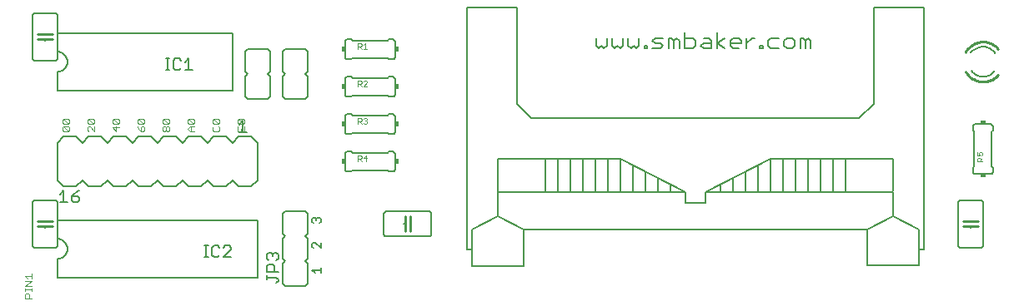
<source format=gto>
G75*
%MOIN*%
%OFA0B0*%
%FSLAX24Y24*%
%IPPOS*%
%LPD*%
%AMOC8*
5,1,8,0,0,1.08239X$1,22.5*
%
%ADD10C,0.0030*%
%ADD11C,0.0060*%
%ADD12C,0.0100*%
%ADD13C,0.0050*%
%ADD14R,0.0150X0.0200*%
%ADD15C,0.0020*%
%ADD16R,0.0200X0.0150*%
%ADD17C,0.0080*%
D10*
X000375Y002195D02*
X000375Y002340D01*
X000423Y002388D01*
X000520Y002388D01*
X000568Y002340D01*
X000568Y002195D01*
X000665Y002195D02*
X000375Y002195D01*
X000375Y002490D02*
X000375Y002586D01*
X000375Y002538D02*
X000665Y002538D01*
X000665Y002490D02*
X000665Y002586D01*
X000665Y002686D02*
X000375Y002686D01*
X000665Y002880D01*
X000375Y002880D01*
X000472Y002981D02*
X000375Y003077D01*
X000665Y003077D01*
X000665Y002981D02*
X000665Y003174D01*
X001923Y008895D02*
X001875Y008943D01*
X001875Y009040D01*
X001923Y009088D01*
X002117Y008895D01*
X002165Y008943D01*
X002165Y009040D01*
X002117Y009088D01*
X001923Y009088D01*
X001923Y009190D02*
X001875Y009238D01*
X001875Y009335D01*
X001923Y009383D01*
X002117Y009190D01*
X002165Y009238D01*
X002165Y009335D01*
X002117Y009383D01*
X001923Y009383D01*
X001923Y009190D02*
X002117Y009190D01*
X002117Y008895D02*
X001923Y008895D01*
X002875Y008943D02*
X002923Y008895D01*
X002875Y008943D02*
X002875Y009040D01*
X002923Y009088D01*
X002972Y009088D01*
X003165Y008895D01*
X003165Y009088D01*
X003117Y009190D02*
X002923Y009383D01*
X003117Y009383D01*
X003165Y009335D01*
X003165Y009238D01*
X003117Y009190D01*
X002923Y009190D01*
X002875Y009238D01*
X002875Y009335D01*
X002923Y009383D01*
X003875Y009335D02*
X003875Y009238D01*
X003923Y009190D01*
X004117Y009190D01*
X003923Y009383D01*
X004117Y009383D01*
X004165Y009335D01*
X004165Y009238D01*
X004117Y009190D01*
X004020Y009088D02*
X004020Y008895D01*
X003875Y009040D01*
X004165Y009040D01*
X004875Y009088D02*
X004923Y008992D01*
X005020Y008895D01*
X005020Y009040D01*
X005068Y009088D01*
X005117Y009088D01*
X005165Y009040D01*
X005165Y008943D01*
X005117Y008895D01*
X005020Y008895D01*
X005117Y009190D02*
X004923Y009383D01*
X005117Y009383D01*
X005165Y009335D01*
X005165Y009238D01*
X005117Y009190D01*
X004923Y009190D01*
X004875Y009238D01*
X004875Y009335D01*
X004923Y009383D01*
X005875Y009335D02*
X005875Y009238D01*
X005923Y009190D01*
X006117Y009190D01*
X005923Y009383D01*
X006117Y009383D01*
X006165Y009335D01*
X006165Y009238D01*
X006117Y009190D01*
X006117Y009088D02*
X006165Y009040D01*
X006165Y008943D01*
X006117Y008895D01*
X006068Y008895D01*
X006020Y008943D01*
X006020Y009040D01*
X006068Y009088D01*
X006117Y009088D01*
X006020Y009040D02*
X005972Y009088D01*
X005923Y009088D01*
X005875Y009040D01*
X005875Y008943D01*
X005923Y008895D01*
X005972Y008895D01*
X006020Y008943D01*
X006875Y008992D02*
X006972Y009088D01*
X007165Y009088D01*
X007117Y009190D02*
X006923Y009383D01*
X007117Y009383D01*
X007165Y009335D01*
X007165Y009238D01*
X007117Y009190D01*
X006923Y009190D01*
X006875Y009238D01*
X006875Y009335D01*
X006923Y009383D01*
X007020Y009088D02*
X007020Y008895D01*
X006972Y008895D02*
X006875Y008992D01*
X006972Y008895D02*
X007165Y008895D01*
X007875Y008943D02*
X007923Y008895D01*
X008117Y008895D01*
X008165Y008943D01*
X008165Y009040D01*
X008117Y009088D01*
X008117Y009190D02*
X007923Y009383D01*
X008117Y009383D01*
X008165Y009335D01*
X008165Y009238D01*
X008117Y009190D01*
X007923Y009190D01*
X007875Y009238D01*
X007875Y009335D01*
X007923Y009383D01*
X007923Y009088D02*
X007875Y009040D01*
X007875Y008943D01*
X008875Y008895D02*
X009165Y008895D01*
X009165Y009088D01*
X009117Y009190D02*
X008923Y009383D01*
X009117Y009383D01*
X009165Y009335D01*
X009165Y009238D01*
X009117Y009190D01*
X008923Y009190D01*
X008875Y009238D01*
X008875Y009335D01*
X008923Y009383D01*
X008875Y009088D02*
X008875Y008895D01*
X009020Y008895D02*
X009020Y008992D01*
X005923Y009383D02*
X005875Y009335D01*
X003923Y009383D02*
X003875Y009335D01*
D11*
X003930Y008680D02*
X004430Y008680D01*
X004680Y008430D01*
X004930Y008680D01*
X005430Y008680D01*
X005680Y008430D01*
X005930Y008680D01*
X006430Y008680D01*
X006680Y008430D01*
X006930Y008680D01*
X007430Y008680D01*
X007680Y008430D01*
X007930Y008680D01*
X008430Y008680D01*
X008680Y008430D01*
X008930Y008680D01*
X009430Y008680D01*
X009680Y008430D01*
X009680Y006930D01*
X009430Y006680D01*
X008930Y006680D01*
X008680Y006930D01*
X008430Y006680D01*
X007930Y006680D01*
X007680Y006930D01*
X007430Y006680D01*
X006930Y006680D01*
X006680Y006930D01*
X006430Y006680D01*
X005930Y006680D01*
X005680Y006930D01*
X005430Y006680D01*
X004930Y006680D01*
X004680Y006930D01*
X004430Y006680D01*
X003930Y006680D01*
X003680Y006930D01*
X003430Y006680D01*
X002930Y006680D01*
X002680Y006930D01*
X002430Y006680D01*
X001930Y006680D01*
X001680Y006930D01*
X001680Y008430D01*
X001930Y008680D01*
X002430Y008680D01*
X002680Y008430D01*
X002930Y008680D01*
X003430Y008680D01*
X003680Y008430D01*
X003930Y008680D01*
X001680Y010530D02*
X001680Y011280D01*
X001719Y011282D01*
X001758Y011288D01*
X001796Y011297D01*
X001833Y011310D01*
X001869Y011327D01*
X001902Y011347D01*
X001934Y011371D01*
X001963Y011397D01*
X001989Y011426D01*
X002013Y011458D01*
X002033Y011491D01*
X002050Y011527D01*
X002063Y011564D01*
X002072Y011602D01*
X002078Y011641D01*
X002080Y011680D01*
X002078Y011719D01*
X002072Y011758D01*
X002063Y011796D01*
X002050Y011833D01*
X002033Y011869D01*
X002013Y011902D01*
X001989Y011934D01*
X001963Y011963D01*
X001934Y011989D01*
X001902Y012013D01*
X001869Y012033D01*
X001833Y012050D01*
X001796Y012063D01*
X001758Y012072D01*
X001719Y012078D01*
X001680Y012080D01*
X001680Y012830D01*
X008680Y012830D01*
X008680Y010530D01*
X001680Y010530D01*
X001580Y011730D02*
X000780Y011730D01*
X000763Y011732D01*
X000746Y011736D01*
X000730Y011743D01*
X000716Y011753D01*
X000703Y011766D01*
X000693Y011780D01*
X000686Y011796D01*
X000682Y011813D01*
X000680Y011830D01*
X000680Y013530D01*
X000682Y013547D01*
X000686Y013564D01*
X000693Y013580D01*
X000703Y013594D01*
X000716Y013607D01*
X000730Y013617D01*
X000746Y013624D01*
X000763Y013628D01*
X000780Y013630D01*
X001580Y013630D01*
X001597Y013628D01*
X001614Y013624D01*
X001630Y013617D01*
X001644Y013607D01*
X001657Y013594D01*
X001667Y013580D01*
X001674Y013564D01*
X001678Y013547D01*
X001680Y013530D01*
X001680Y011830D01*
X001678Y011813D01*
X001674Y011796D01*
X001667Y011780D01*
X001657Y011766D01*
X001644Y011753D01*
X001630Y011743D01*
X001614Y011736D01*
X001597Y011732D01*
X001580Y011730D01*
X001180Y012530D02*
X001180Y012580D01*
X001180Y012780D02*
X001180Y012830D01*
X009180Y012080D02*
X009180Y011280D01*
X009280Y011180D01*
X009180Y011080D01*
X009180Y010280D01*
X009280Y010180D01*
X010080Y010180D01*
X010180Y010280D01*
X010180Y011080D01*
X010080Y011180D01*
X010180Y011280D01*
X010180Y012080D01*
X010080Y012180D01*
X009280Y012180D01*
X009180Y012080D01*
X010680Y012080D02*
X010680Y011280D01*
X010780Y011180D01*
X010680Y011080D01*
X010680Y010280D01*
X010780Y010180D01*
X011580Y010180D01*
X011680Y010280D01*
X011680Y011080D01*
X011580Y011180D01*
X011680Y011280D01*
X011680Y012080D01*
X011580Y012180D01*
X010780Y012180D01*
X010680Y012080D01*
X013180Y011880D02*
X013180Y012480D01*
X013182Y012497D01*
X013186Y012514D01*
X013193Y012530D01*
X013203Y012544D01*
X013216Y012557D01*
X013230Y012567D01*
X013246Y012574D01*
X013263Y012578D01*
X013280Y012580D01*
X013430Y012580D01*
X013480Y012530D01*
X014880Y012530D01*
X014930Y012580D01*
X015080Y012580D01*
X015097Y012578D01*
X015114Y012574D01*
X015130Y012567D01*
X015144Y012557D01*
X015157Y012544D01*
X015167Y012530D01*
X015174Y012514D01*
X015178Y012497D01*
X015180Y012480D01*
X015180Y011880D01*
X015178Y011863D01*
X015174Y011846D01*
X015167Y011830D01*
X015157Y011816D01*
X015144Y011803D01*
X015130Y011793D01*
X015114Y011786D01*
X015097Y011782D01*
X015080Y011780D01*
X014930Y011780D01*
X014880Y011830D01*
X013480Y011830D01*
X013430Y011780D01*
X013280Y011780D01*
X013263Y011782D01*
X013246Y011786D01*
X013230Y011793D01*
X013216Y011803D01*
X013203Y011816D01*
X013193Y011830D01*
X013186Y011846D01*
X013182Y011863D01*
X013180Y011880D01*
X013280Y011080D02*
X013430Y011080D01*
X013480Y011030D01*
X014880Y011030D01*
X014930Y011080D01*
X015080Y011080D01*
X015097Y011078D01*
X015114Y011074D01*
X015130Y011067D01*
X015144Y011057D01*
X015157Y011044D01*
X015167Y011030D01*
X015174Y011014D01*
X015178Y010997D01*
X015180Y010980D01*
X015180Y010380D01*
X015178Y010363D01*
X015174Y010346D01*
X015167Y010330D01*
X015157Y010316D01*
X015144Y010303D01*
X015130Y010293D01*
X015114Y010286D01*
X015097Y010282D01*
X015080Y010280D01*
X014930Y010280D01*
X014880Y010330D01*
X013480Y010330D01*
X013430Y010280D01*
X013280Y010280D01*
X013263Y010282D01*
X013246Y010286D01*
X013230Y010293D01*
X013216Y010303D01*
X013203Y010316D01*
X013193Y010330D01*
X013186Y010346D01*
X013182Y010363D01*
X013180Y010380D01*
X013180Y010980D01*
X013182Y010997D01*
X013186Y011014D01*
X013193Y011030D01*
X013203Y011044D01*
X013216Y011057D01*
X013230Y011067D01*
X013246Y011074D01*
X013263Y011078D01*
X013280Y011080D01*
X013280Y009580D02*
X013430Y009580D01*
X013480Y009530D01*
X014880Y009530D01*
X014930Y009580D01*
X015080Y009580D01*
X015097Y009578D01*
X015114Y009574D01*
X015130Y009567D01*
X015144Y009557D01*
X015157Y009544D01*
X015167Y009530D01*
X015174Y009514D01*
X015178Y009497D01*
X015180Y009480D01*
X015180Y008880D01*
X015178Y008863D01*
X015174Y008846D01*
X015167Y008830D01*
X015157Y008816D01*
X015144Y008803D01*
X015130Y008793D01*
X015114Y008786D01*
X015097Y008782D01*
X015080Y008780D01*
X014930Y008780D01*
X014880Y008830D01*
X013480Y008830D01*
X013430Y008780D01*
X013280Y008780D01*
X013263Y008782D01*
X013246Y008786D01*
X013230Y008793D01*
X013216Y008803D01*
X013203Y008816D01*
X013193Y008830D01*
X013186Y008846D01*
X013182Y008863D01*
X013180Y008880D01*
X013180Y009480D01*
X013182Y009497D01*
X013186Y009514D01*
X013193Y009530D01*
X013203Y009544D01*
X013216Y009557D01*
X013230Y009567D01*
X013246Y009574D01*
X013263Y009578D01*
X013280Y009580D01*
X013280Y008080D02*
X013430Y008080D01*
X013480Y008030D01*
X014880Y008030D01*
X014930Y008080D01*
X015080Y008080D01*
X015097Y008078D01*
X015114Y008074D01*
X015130Y008067D01*
X015144Y008057D01*
X015157Y008044D01*
X015167Y008030D01*
X015174Y008014D01*
X015178Y007997D01*
X015180Y007980D01*
X015180Y007380D01*
X015178Y007363D01*
X015174Y007346D01*
X015167Y007330D01*
X015157Y007316D01*
X015144Y007303D01*
X015130Y007293D01*
X015114Y007286D01*
X015097Y007282D01*
X015080Y007280D01*
X014930Y007280D01*
X014880Y007330D01*
X013480Y007330D01*
X013430Y007280D01*
X013280Y007280D01*
X013263Y007282D01*
X013246Y007286D01*
X013230Y007293D01*
X013216Y007303D01*
X013203Y007316D01*
X013193Y007330D01*
X013186Y007346D01*
X013182Y007363D01*
X013180Y007380D01*
X013180Y007980D01*
X013182Y007997D01*
X013186Y008014D01*
X013193Y008030D01*
X013203Y008044D01*
X013216Y008057D01*
X013230Y008067D01*
X013246Y008074D01*
X013263Y008078D01*
X013280Y008080D01*
X014830Y005680D02*
X016530Y005680D01*
X016547Y005678D01*
X016564Y005674D01*
X016580Y005667D01*
X016594Y005657D01*
X016607Y005644D01*
X016617Y005630D01*
X016624Y005614D01*
X016628Y005597D01*
X016630Y005580D01*
X016630Y004780D01*
X016628Y004763D01*
X016624Y004746D01*
X016617Y004730D01*
X016607Y004716D01*
X016594Y004703D01*
X016580Y004693D01*
X016564Y004686D01*
X016547Y004682D01*
X016530Y004680D01*
X014830Y004680D01*
X014813Y004682D01*
X014796Y004686D01*
X014780Y004693D01*
X014766Y004703D01*
X014753Y004716D01*
X014743Y004730D01*
X014736Y004746D01*
X014732Y004763D01*
X014730Y004780D01*
X014730Y005580D01*
X014732Y005597D01*
X014736Y005614D01*
X014743Y005630D01*
X014753Y005644D01*
X014766Y005657D01*
X014780Y005667D01*
X014796Y005674D01*
X014813Y005678D01*
X014830Y005680D01*
X015530Y005180D02*
X015580Y005180D01*
X015780Y005180D02*
X015830Y005180D01*
X011680Y004780D02*
X011580Y004680D01*
X011680Y004580D01*
X011680Y003780D01*
X011580Y003680D01*
X011680Y003580D01*
X011680Y002780D01*
X011580Y002680D01*
X010780Y002680D01*
X010680Y002780D01*
X010680Y003580D01*
X010780Y003680D01*
X010680Y003780D01*
X010680Y004580D01*
X010780Y004680D01*
X010680Y004780D01*
X010680Y005580D01*
X010780Y005680D01*
X011580Y005680D01*
X011680Y005580D01*
X011680Y004780D01*
X009680Y005330D02*
X009680Y003030D01*
X001680Y003030D01*
X001680Y003780D01*
X001719Y003782D01*
X001758Y003788D01*
X001796Y003797D01*
X001833Y003810D01*
X001869Y003827D01*
X001902Y003847D01*
X001934Y003871D01*
X001963Y003897D01*
X001989Y003926D01*
X002013Y003958D01*
X002033Y003991D01*
X002050Y004027D01*
X002063Y004064D01*
X002072Y004102D01*
X002078Y004141D01*
X002080Y004180D01*
X002078Y004219D01*
X002072Y004258D01*
X002063Y004296D01*
X002050Y004333D01*
X002033Y004369D01*
X002013Y004402D01*
X001989Y004434D01*
X001963Y004463D01*
X001934Y004489D01*
X001902Y004513D01*
X001869Y004533D01*
X001833Y004550D01*
X001796Y004563D01*
X001758Y004572D01*
X001719Y004578D01*
X001680Y004580D01*
X001680Y005330D01*
X009680Y005330D01*
X001680Y006030D02*
X001680Y004330D01*
X001678Y004313D01*
X001674Y004296D01*
X001667Y004280D01*
X001657Y004266D01*
X001644Y004253D01*
X001630Y004243D01*
X001614Y004236D01*
X001597Y004232D01*
X001580Y004230D01*
X000780Y004230D01*
X000763Y004232D01*
X000746Y004236D01*
X000730Y004243D01*
X000716Y004253D01*
X000703Y004266D01*
X000693Y004280D01*
X000686Y004296D01*
X000682Y004313D01*
X000680Y004330D01*
X000680Y006030D01*
X000682Y006047D01*
X000686Y006064D01*
X000693Y006080D01*
X000703Y006094D01*
X000716Y006107D01*
X000730Y006117D01*
X000746Y006124D01*
X000763Y006128D01*
X000780Y006130D01*
X001580Y006130D01*
X001597Y006128D01*
X001614Y006124D01*
X001630Y006117D01*
X001644Y006107D01*
X001657Y006094D01*
X001667Y006080D01*
X001674Y006064D01*
X001678Y006047D01*
X001680Y006030D01*
X001180Y005330D02*
X001180Y005280D01*
X001180Y005080D02*
X001180Y005030D01*
X023210Y012317D02*
X023317Y012210D01*
X023424Y012317D01*
X023530Y012210D01*
X023637Y012317D01*
X023637Y012637D01*
X023855Y012637D02*
X023855Y012317D01*
X023961Y012210D01*
X024068Y012317D01*
X024175Y012210D01*
X024282Y012317D01*
X024282Y012637D01*
X024499Y012637D02*
X024499Y012317D01*
X024606Y012210D01*
X024713Y012317D01*
X024819Y012210D01*
X024926Y012317D01*
X024926Y012637D01*
X025466Y012530D02*
X025573Y012637D01*
X025893Y012637D01*
X026110Y012637D02*
X026217Y012637D01*
X026324Y012530D01*
X026431Y012637D01*
X026538Y012530D01*
X026538Y012210D01*
X026324Y012210D02*
X026324Y012530D01*
X026110Y012637D02*
X026110Y012210D01*
X025893Y012317D02*
X025786Y012424D01*
X025573Y012424D01*
X025466Y012530D01*
X025250Y012317D02*
X025250Y012210D01*
X025144Y012210D01*
X025144Y012317D01*
X025250Y012317D01*
X025466Y012210D02*
X025786Y012210D01*
X025893Y012317D01*
X026755Y012210D02*
X027075Y012210D01*
X027182Y012317D01*
X027182Y012530D01*
X027075Y012637D01*
X026755Y012637D01*
X026755Y012851D02*
X026755Y012210D01*
X027400Y012317D02*
X027506Y012424D01*
X027827Y012424D01*
X027827Y012530D02*
X027827Y012210D01*
X027506Y012210D01*
X027400Y012317D01*
X028044Y012424D02*
X028364Y012637D01*
X028581Y012530D02*
X028688Y012637D01*
X028902Y012637D01*
X029008Y012530D01*
X029008Y012424D01*
X028581Y012424D01*
X028581Y012530D02*
X028581Y012317D01*
X028688Y012210D01*
X028902Y012210D01*
X029226Y012210D02*
X029226Y012637D01*
X029439Y012637D02*
X029546Y012637D01*
X029439Y012637D02*
X029226Y012424D01*
X029763Y012317D02*
X029870Y012317D01*
X029870Y012210D01*
X029763Y012210D01*
X029763Y012317D01*
X030085Y012317D02*
X030192Y012210D01*
X030512Y012210D01*
X030730Y012317D02*
X030837Y012210D01*
X031050Y012210D01*
X031157Y012317D01*
X031157Y012530D01*
X031050Y012637D01*
X030837Y012637D01*
X030730Y012530D01*
X030730Y012317D01*
X031374Y012210D02*
X031374Y012637D01*
X031481Y012637D01*
X031588Y012530D01*
X031695Y012637D01*
X031801Y012530D01*
X031801Y012210D01*
X031588Y012210D02*
X031588Y012530D01*
X030512Y012637D02*
X030192Y012637D01*
X030085Y012530D01*
X030085Y012317D01*
X028364Y012210D02*
X028044Y012424D01*
X028044Y012210D02*
X028044Y012851D01*
X027827Y012530D02*
X027720Y012637D01*
X027506Y012637D01*
X023210Y012637D02*
X023210Y012317D01*
X038280Y009080D02*
X038280Y008930D01*
X038330Y008880D01*
X038330Y007480D01*
X038280Y007430D01*
X038280Y007280D01*
X038282Y007263D01*
X038286Y007246D01*
X038293Y007230D01*
X038303Y007216D01*
X038316Y007203D01*
X038330Y007193D01*
X038346Y007186D01*
X038363Y007182D01*
X038380Y007180D01*
X038980Y007180D01*
X038997Y007182D01*
X039014Y007186D01*
X039030Y007193D01*
X039044Y007203D01*
X039057Y007216D01*
X039067Y007230D01*
X039074Y007246D01*
X039078Y007263D01*
X039080Y007280D01*
X039080Y007430D01*
X039030Y007480D01*
X039030Y008880D01*
X039080Y008930D01*
X039080Y009080D01*
X039078Y009097D01*
X039074Y009114D01*
X039067Y009130D01*
X039057Y009144D01*
X039044Y009157D01*
X039030Y009167D01*
X039014Y009174D01*
X038997Y009178D01*
X038980Y009180D01*
X038380Y009180D01*
X038363Y009178D01*
X038346Y009174D01*
X038330Y009167D01*
X038316Y009157D01*
X038303Y009144D01*
X038293Y009130D01*
X038286Y009114D01*
X038282Y009097D01*
X038280Y009080D01*
X039168Y012029D02*
X039139Y012066D01*
X039107Y012101D01*
X039072Y012134D01*
X039035Y012164D01*
X038996Y012190D01*
X038955Y012213D01*
X038911Y012234D01*
X038867Y012250D01*
X038821Y012263D01*
X038775Y012272D01*
X038727Y012278D01*
X038680Y012280D01*
X038206Y011312D02*
X038236Y011277D01*
X038267Y011244D01*
X038302Y011214D01*
X038338Y011187D01*
X038376Y011163D01*
X038416Y011141D01*
X038458Y011123D01*
X038501Y011107D01*
X038545Y011095D01*
X038589Y011087D01*
X038635Y011082D01*
X038680Y011080D01*
X038200Y012040D02*
X038229Y012076D01*
X038261Y012110D01*
X038296Y012141D01*
X038332Y012169D01*
X038371Y012194D01*
X038412Y012217D01*
X038454Y012236D01*
X038497Y012252D01*
X038542Y012264D01*
X038588Y012273D01*
X038634Y012278D01*
X038680Y012280D01*
X039154Y011312D02*
X039124Y011277D01*
X039093Y011244D01*
X039058Y011214D01*
X039022Y011187D01*
X038984Y011163D01*
X038944Y011141D01*
X038902Y011123D01*
X038859Y011107D01*
X038815Y011095D01*
X038771Y011087D01*
X038725Y011082D01*
X038680Y011080D01*
X038580Y006130D02*
X037780Y006130D01*
X037763Y006128D01*
X037746Y006124D01*
X037730Y006117D01*
X037716Y006107D01*
X037703Y006094D01*
X037693Y006080D01*
X037686Y006064D01*
X037682Y006047D01*
X037680Y006030D01*
X037680Y004330D01*
X037682Y004313D01*
X037686Y004296D01*
X037693Y004280D01*
X037703Y004266D01*
X037716Y004253D01*
X037730Y004243D01*
X037746Y004236D01*
X037763Y004232D01*
X037780Y004230D01*
X038580Y004230D01*
X038597Y004232D01*
X038614Y004236D01*
X038630Y004243D01*
X038644Y004253D01*
X038657Y004266D01*
X038667Y004280D01*
X038674Y004296D01*
X038678Y004313D01*
X038680Y004330D01*
X038680Y006030D01*
X038678Y006047D01*
X038674Y006064D01*
X038667Y006080D01*
X038657Y006094D01*
X038644Y006107D01*
X038630Y006117D01*
X038614Y006124D01*
X038597Y006128D01*
X038580Y006130D01*
X038180Y005330D02*
X038180Y005280D01*
X038180Y005080D02*
X038180Y005030D01*
D12*
X038180Y005080D02*
X037880Y005080D01*
X037880Y005280D02*
X038180Y005280D01*
X038480Y005280D01*
X038480Y005080D02*
X038180Y005080D01*
X038680Y010880D02*
X038624Y010882D01*
X038568Y010888D01*
X038513Y010898D01*
X038459Y010911D01*
X038405Y010929D01*
X038353Y010950D01*
X038303Y010974D01*
X038254Y011003D01*
X038208Y011034D01*
X038164Y011069D01*
X038122Y011106D01*
X038084Y011147D01*
X038048Y011190D01*
X038015Y011235D01*
X037985Y011283D01*
X038680Y012480D02*
X038734Y012478D01*
X038787Y012473D01*
X038841Y012464D01*
X038893Y012451D01*
X038944Y012435D01*
X038995Y012415D01*
X039044Y012393D01*
X039091Y012367D01*
X039136Y012337D01*
X039179Y012305D01*
X039220Y012270D01*
X039259Y012232D01*
X039295Y012192D01*
X038680Y012480D02*
X038626Y012478D01*
X038572Y012473D01*
X038519Y012464D01*
X038466Y012451D01*
X038415Y012435D01*
X038365Y012415D01*
X038316Y012392D01*
X038268Y012366D01*
X038223Y012337D01*
X038180Y012304D01*
X038139Y012269D01*
X038100Y012231D01*
X038064Y012191D01*
X038031Y012148D01*
X038001Y012103D01*
X037974Y012056D01*
X038680Y010880D02*
X038733Y010882D01*
X038787Y010887D01*
X038839Y010896D01*
X038891Y010908D01*
X038942Y010924D01*
X038992Y010943D01*
X039041Y010966D01*
X039088Y010992D01*
X039133Y011020D01*
X039176Y011052D01*
X039216Y011086D01*
X039255Y011124D01*
X039291Y011163D01*
X015780Y005480D02*
X015780Y005180D01*
X015780Y004880D01*
X015580Y004880D02*
X015580Y005180D01*
X015580Y005480D01*
X001480Y005280D02*
X001180Y005280D01*
X000880Y005280D01*
X000880Y005080D02*
X001180Y005080D01*
X001480Y005080D01*
X001480Y012580D02*
X001180Y012580D01*
X000880Y012580D01*
X000880Y012780D02*
X001180Y012780D01*
X001480Y012780D01*
D13*
X006005Y011805D02*
X006155Y011805D01*
X006080Y011805D02*
X006080Y011355D01*
X006005Y011355D02*
X006155Y011355D01*
X006312Y011430D02*
X006387Y011355D01*
X006537Y011355D01*
X006612Y011430D01*
X006772Y011355D02*
X007073Y011355D01*
X006922Y011355D02*
X006922Y011805D01*
X006772Y011655D01*
X006612Y011730D02*
X006537Y011805D01*
X006387Y011805D01*
X006312Y011730D01*
X006312Y011430D01*
X008945Y009155D02*
X009095Y009305D01*
X009095Y008855D01*
X008945Y008855D02*
X009245Y008855D01*
X002545Y006505D02*
X002395Y006430D01*
X002245Y006280D01*
X002470Y006280D01*
X002545Y006205D01*
X002545Y006130D01*
X002470Y006055D01*
X002320Y006055D01*
X002245Y006130D01*
X002245Y006280D01*
X002084Y006055D02*
X001784Y006055D01*
X001934Y006055D02*
X001934Y006505D01*
X001784Y006355D01*
X007555Y004305D02*
X007705Y004305D01*
X007630Y004305D02*
X007630Y003855D01*
X007555Y003855D02*
X007705Y003855D01*
X007862Y003930D02*
X007937Y003855D01*
X008087Y003855D01*
X008162Y003930D01*
X008322Y003855D02*
X008623Y004155D01*
X008623Y004230D01*
X008548Y004305D01*
X008397Y004305D01*
X008322Y004230D01*
X008162Y004230D02*
X008087Y004305D01*
X007937Y004305D01*
X007862Y004230D01*
X007862Y003930D01*
X008322Y003855D02*
X008623Y003855D01*
X010055Y003801D02*
X010130Y003726D01*
X010055Y003801D02*
X010055Y003951D01*
X010130Y004026D01*
X010205Y004026D01*
X010280Y003951D01*
X010355Y004026D01*
X010430Y004026D01*
X010505Y003951D01*
X010505Y003801D01*
X010430Y003726D01*
X010280Y003876D02*
X010280Y003951D01*
X010280Y003566D02*
X010130Y003566D01*
X010055Y003491D01*
X010055Y003265D01*
X010505Y003265D01*
X010355Y003265D02*
X010355Y003491D01*
X010280Y003566D01*
X010055Y003105D02*
X010055Y002955D01*
X010055Y003030D02*
X010430Y003030D01*
X010505Y002955D01*
X010505Y002880D01*
X010430Y002805D01*
X011865Y003318D02*
X012205Y003318D01*
X012205Y003205D02*
X012205Y003432D01*
X011978Y003205D02*
X011865Y003318D01*
X011921Y004205D02*
X011865Y004262D01*
X011865Y004375D01*
X011921Y004432D01*
X011978Y004432D01*
X012205Y004205D01*
X012205Y004432D01*
X012148Y005205D02*
X012205Y005262D01*
X012205Y005375D01*
X012148Y005432D01*
X012092Y005432D01*
X012035Y005375D01*
X012035Y005318D01*
X012035Y005375D02*
X011978Y005432D01*
X011921Y005432D01*
X011865Y005375D01*
X011865Y005262D01*
X011921Y005205D01*
D14*
X013105Y007680D03*
X015255Y007680D03*
X015255Y009180D03*
X013105Y009180D03*
X013105Y010680D03*
X015255Y010680D03*
X015255Y012180D03*
X013105Y012180D03*
D15*
X013690Y012200D02*
X013690Y012420D01*
X013800Y012420D01*
X013837Y012383D01*
X013837Y012310D01*
X013800Y012273D01*
X013690Y012273D01*
X013763Y012273D02*
X013837Y012200D01*
X013911Y012200D02*
X014058Y012200D01*
X013984Y012200D02*
X013984Y012420D01*
X013911Y012347D01*
X013948Y010920D02*
X013911Y010883D01*
X013948Y010920D02*
X014021Y010920D01*
X014058Y010883D01*
X014058Y010847D01*
X013911Y010700D01*
X014058Y010700D01*
X013837Y010700D02*
X013763Y010773D01*
X013800Y010773D02*
X013690Y010773D01*
X013690Y010700D02*
X013690Y010920D01*
X013800Y010920D01*
X013837Y010883D01*
X013837Y010810D01*
X013800Y010773D01*
X013800Y009420D02*
X013837Y009383D01*
X013837Y009310D01*
X013800Y009273D01*
X013690Y009273D01*
X013690Y009200D02*
X013690Y009420D01*
X013800Y009420D01*
X013911Y009383D02*
X013948Y009420D01*
X014021Y009420D01*
X014058Y009383D01*
X014058Y009347D01*
X014021Y009310D01*
X014058Y009273D01*
X014058Y009237D01*
X014021Y009200D01*
X013948Y009200D01*
X013911Y009237D01*
X013837Y009200D02*
X013763Y009273D01*
X013984Y009310D02*
X014021Y009310D01*
X014021Y007920D02*
X013911Y007810D01*
X014058Y007810D01*
X014021Y007700D02*
X014021Y007920D01*
X013837Y007883D02*
X013837Y007810D01*
X013800Y007773D01*
X013690Y007773D01*
X013690Y007700D02*
X013690Y007920D01*
X013800Y007920D01*
X013837Y007883D01*
X013763Y007773D02*
X013837Y007700D01*
X038440Y007690D02*
X038440Y007800D01*
X038477Y007837D01*
X038550Y007837D01*
X038587Y007800D01*
X038587Y007690D01*
X038660Y007690D02*
X038440Y007690D01*
X038587Y007763D02*
X038660Y007837D01*
X038623Y007911D02*
X038660Y007948D01*
X038660Y008021D01*
X038623Y008058D01*
X038550Y008058D01*
X038513Y008021D01*
X038513Y007984D01*
X038550Y007911D01*
X038440Y007911D01*
X038440Y008058D01*
D16*
X038680Y007105D03*
X038680Y009255D03*
D17*
X035080Y007793D02*
X035080Y006518D01*
X035080Y006468D02*
X027580Y006468D01*
X030180Y007793D01*
X035080Y007793D01*
X033180Y007793D02*
X033180Y006493D01*
X032680Y006493D02*
X032680Y007793D01*
X032180Y007793D02*
X032180Y006493D01*
X031680Y006493D02*
X031680Y007793D01*
X031180Y007793D02*
X031180Y006493D01*
X030680Y006493D02*
X030680Y007793D01*
X030180Y007793D02*
X030180Y006493D01*
X029680Y006493D02*
X029680Y007518D01*
X029180Y007293D02*
X029180Y006493D01*
X028680Y006493D02*
X028680Y007018D01*
X028180Y006768D02*
X028180Y006493D01*
X027580Y006468D02*
X027580Y006018D01*
X026780Y006018D01*
X026780Y006468D01*
X024180Y007793D01*
X019280Y007793D01*
X019280Y006493D01*
X019280Y006468D02*
X019280Y005493D01*
X020305Y004943D01*
X020305Y003493D01*
X018255Y003493D01*
X018255Y004143D01*
X018255Y004943D01*
X019280Y005493D01*
X020305Y004943D02*
X034055Y004943D01*
X035080Y005493D01*
X035080Y006468D01*
X035080Y005493D02*
X036105Y004943D01*
X036105Y004143D01*
X036105Y003518D01*
X034055Y003518D01*
X034055Y004943D01*
X036105Y004143D02*
X036305Y004143D01*
X036305Y013843D01*
X034305Y013843D01*
X034305Y009993D01*
X033730Y009418D01*
X020630Y009418D01*
X020055Y009993D01*
X020055Y013843D01*
X018055Y013843D01*
X018055Y004143D01*
X018255Y004143D01*
X019280Y006468D02*
X026780Y006468D01*
X026180Y006493D02*
X026180Y006743D01*
X025680Y006493D02*
X025680Y006993D01*
X025180Y007243D02*
X025180Y006493D01*
X024680Y006493D02*
X024680Y007518D01*
X024180Y007768D02*
X024180Y006493D01*
X023680Y006493D02*
X023680Y007793D01*
X023180Y007793D02*
X023180Y006493D01*
X022680Y006493D02*
X022680Y007793D01*
X022180Y007793D02*
X022180Y006493D01*
X021680Y006493D02*
X021680Y007793D01*
X021180Y007768D02*
X021180Y006493D01*
M02*

</source>
